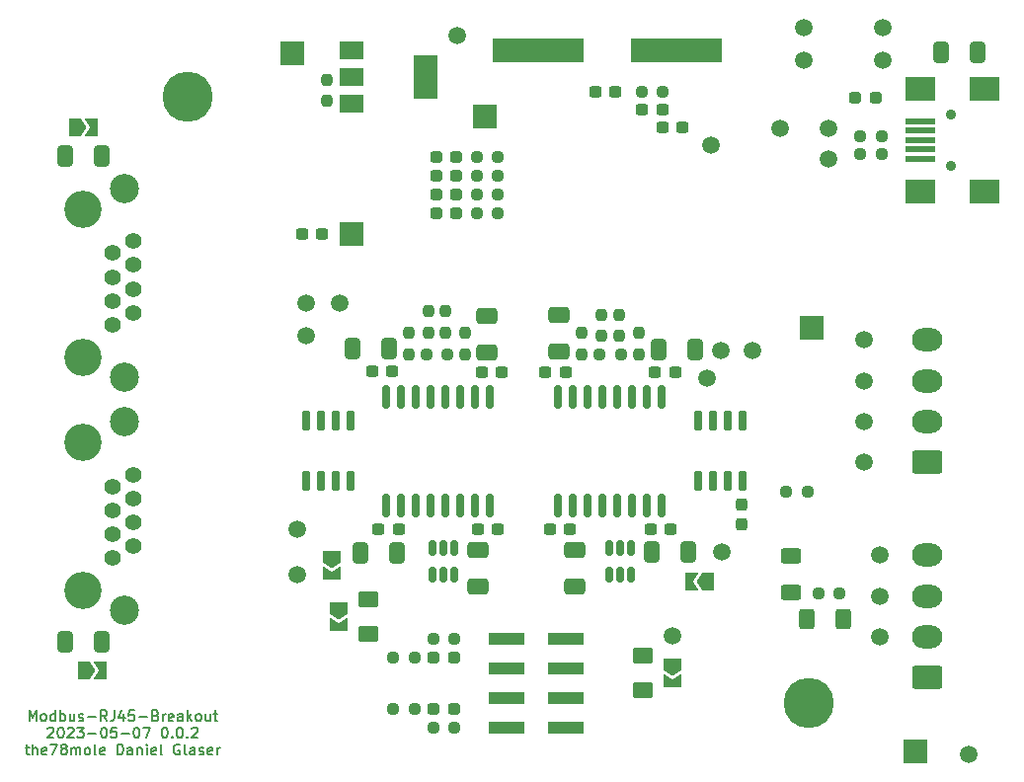
<source format=gbr>
%TF.GenerationSoftware,KiCad,Pcbnew,(6.0.4)*%
%TF.CreationDate,2023-06-02T13:45:05+02:00*%
%TF.ProjectId,Modbus-RJ45-Breakout,4d6f6462-7573-42d5-924a-34352d427265,0.0.2*%
%TF.SameCoordinates,Original*%
%TF.FileFunction,Soldermask,Top*%
%TF.FilePolarity,Negative*%
%FSLAX46Y46*%
G04 Gerber Fmt 4.6, Leading zero omitted, Abs format (unit mm)*
G04 Created by KiCad (PCBNEW (6.0.4)) date 2023-06-02 13:45:05*
%MOMM*%
%LPD*%
G01*
G04 APERTURE LIST*
G04 Aperture macros list*
%AMRoundRect*
0 Rectangle with rounded corners*
0 $1 Rounding radius*
0 $2 $3 $4 $5 $6 $7 $8 $9 X,Y pos of 4 corners*
0 Add a 4 corners polygon primitive as box body*
4,1,4,$2,$3,$4,$5,$6,$7,$8,$9,$2,$3,0*
0 Add four circle primitives for the rounded corners*
1,1,$1+$1,$2,$3*
1,1,$1+$1,$4,$5*
1,1,$1+$1,$6,$7*
1,1,$1+$1,$8,$9*
0 Add four rect primitives between the rounded corners*
20,1,$1+$1,$2,$3,$4,$5,0*
20,1,$1+$1,$4,$5,$6,$7,0*
20,1,$1+$1,$6,$7,$8,$9,0*
20,1,$1+$1,$8,$9,$2,$3,0*%
%AMFreePoly0*
4,1,6,1.000000,0.000000,0.500000,-0.750000,-0.500000,-0.750000,-0.500000,0.750000,0.500000,0.750000,1.000000,0.000000,1.000000,0.000000,$1*%
%AMFreePoly1*
4,1,6,0.500000,-0.750000,-0.650000,-0.750000,-0.150000,0.000000,-0.650000,0.750000,0.500000,0.750000,0.500000,-0.750000,0.500000,-0.750000,$1*%
G04 Aperture macros list end*
%ADD10C,0.150000*%
%ADD11RoundRect,0.237500X0.250000X0.237500X-0.250000X0.237500X-0.250000X-0.237500X0.250000X-0.237500X0*%
%ADD12FreePoly0,0.000000*%
%ADD13FreePoly1,0.000000*%
%ADD14R,2.000000X1.500000*%
%ADD15R,2.000000X3.800000*%
%ADD16RoundRect,0.237500X0.300000X0.237500X-0.300000X0.237500X-0.300000X-0.237500X0.300000X-0.237500X0*%
%ADD17RoundRect,0.250001X-0.624999X0.462499X-0.624999X-0.462499X0.624999X-0.462499X0.624999X0.462499X0*%
%ADD18RoundRect,0.237500X-0.237500X0.250000X-0.237500X-0.250000X0.237500X-0.250000X0.237500X0.250000X0*%
%ADD19RoundRect,0.250000X1.050000X-0.750000X1.050000X0.750000X-1.050000X0.750000X-1.050000X-0.750000X0*%
%ADD20O,2.600000X2.000000*%
%ADD21C,1.500000*%
%ADD22RoundRect,0.237500X0.287500X0.237500X-0.287500X0.237500X-0.287500X-0.237500X0.287500X-0.237500X0*%
%ADD23C,4.300000*%
%ADD24RoundRect,0.237500X-0.250000X-0.237500X0.250000X-0.237500X0.250000X0.237500X-0.250000X0.237500X0*%
%ADD25RoundRect,0.250000X0.412500X0.650000X-0.412500X0.650000X-0.412500X-0.650000X0.412500X-0.650000X0*%
%ADD26RoundRect,0.237500X-0.300000X-0.237500X0.300000X-0.237500X0.300000X0.237500X-0.300000X0.237500X0*%
%ADD27RoundRect,0.250000X0.650000X-0.412500X0.650000X0.412500X-0.650000X0.412500X-0.650000X-0.412500X0*%
%ADD28R,2.000000X2.000000*%
%ADD29RoundRect,0.250000X-0.650000X0.412500X-0.650000X-0.412500X0.650000X-0.412500X0.650000X0.412500X0*%
%ADD30FreePoly0,270.000000*%
%ADD31FreePoly1,270.000000*%
%ADD32C,3.200000*%
%ADD33C,1.400000*%
%ADD34C,2.500000*%
%ADD35RoundRect,0.250000X0.625000X-0.400000X0.625000X0.400000X-0.625000X0.400000X-0.625000X-0.400000X0*%
%ADD36C,0.900000*%
%ADD37R,2.500000X0.500000*%
%ADD38R,2.500000X2.000000*%
%ADD39R,3.150000X1.000000*%
%ADD40RoundRect,0.237500X0.237500X-0.250000X0.237500X0.250000X-0.237500X0.250000X-0.237500X-0.250000X0*%
%ADD41RoundRect,0.250000X-0.412500X-0.650000X0.412500X-0.650000X0.412500X0.650000X-0.412500X0.650000X0*%
%ADD42RoundRect,0.250000X-0.400000X-0.625000X0.400000X-0.625000X0.400000X0.625000X-0.400000X0.625000X0*%
%ADD43RoundRect,0.237500X-0.237500X0.300000X-0.237500X-0.300000X0.237500X-0.300000X0.237500X0.300000X0*%
%ADD44RoundRect,0.150000X0.150000X-0.512500X0.150000X0.512500X-0.150000X0.512500X-0.150000X-0.512500X0*%
%ADD45RoundRect,0.237500X-0.287500X-0.237500X0.287500X-0.237500X0.287500X0.237500X-0.287500X0.237500X0*%
%ADD46RoundRect,0.150000X-0.150000X0.725000X-0.150000X-0.725000X0.150000X-0.725000X0.150000X0.725000X0*%
%ADD47RoundRect,0.150000X-0.150000X0.875000X-0.150000X-0.875000X0.150000X-0.875000X0.150000X0.875000X0*%
%ADD48R,7.875000X2.000000*%
%ADD49FreePoly0,180.000000*%
%ADD50FreePoly1,180.000000*%
G04 APERTURE END LIST*
D10*
X53185714Y-111558142D02*
X53185714Y-110658142D01*
X53485714Y-111301000D01*
X53785714Y-110658142D01*
X53785714Y-111558142D01*
X54342857Y-111558142D02*
X54257142Y-111515285D01*
X54214285Y-111472428D01*
X54171428Y-111386714D01*
X54171428Y-111129571D01*
X54214285Y-111043857D01*
X54257142Y-111001000D01*
X54342857Y-110958142D01*
X54471428Y-110958142D01*
X54557142Y-111001000D01*
X54600000Y-111043857D01*
X54642857Y-111129571D01*
X54642857Y-111386714D01*
X54600000Y-111472428D01*
X54557142Y-111515285D01*
X54471428Y-111558142D01*
X54342857Y-111558142D01*
X55414285Y-111558142D02*
X55414285Y-110658142D01*
X55414285Y-111515285D02*
X55328571Y-111558142D01*
X55157142Y-111558142D01*
X55071428Y-111515285D01*
X55028571Y-111472428D01*
X54985714Y-111386714D01*
X54985714Y-111129571D01*
X55028571Y-111043857D01*
X55071428Y-111001000D01*
X55157142Y-110958142D01*
X55328571Y-110958142D01*
X55414285Y-111001000D01*
X55842857Y-111558142D02*
X55842857Y-110658142D01*
X55842857Y-111001000D02*
X55928571Y-110958142D01*
X56100000Y-110958142D01*
X56185714Y-111001000D01*
X56228571Y-111043857D01*
X56271428Y-111129571D01*
X56271428Y-111386714D01*
X56228571Y-111472428D01*
X56185714Y-111515285D01*
X56100000Y-111558142D01*
X55928571Y-111558142D01*
X55842857Y-111515285D01*
X57042857Y-110958142D02*
X57042857Y-111558142D01*
X56657142Y-110958142D02*
X56657142Y-111429571D01*
X56700000Y-111515285D01*
X56785714Y-111558142D01*
X56914285Y-111558142D01*
X57000000Y-111515285D01*
X57042857Y-111472428D01*
X57428571Y-111515285D02*
X57514285Y-111558142D01*
X57685714Y-111558142D01*
X57771428Y-111515285D01*
X57814285Y-111429571D01*
X57814285Y-111386714D01*
X57771428Y-111301000D01*
X57685714Y-111258142D01*
X57557142Y-111258142D01*
X57471428Y-111215285D01*
X57428571Y-111129571D01*
X57428571Y-111086714D01*
X57471428Y-111001000D01*
X57557142Y-110958142D01*
X57685714Y-110958142D01*
X57771428Y-111001000D01*
X58200000Y-111215285D02*
X58885714Y-111215285D01*
X59828571Y-111558142D02*
X59528571Y-111129571D01*
X59314285Y-111558142D02*
X59314285Y-110658142D01*
X59657142Y-110658142D01*
X59742857Y-110701000D01*
X59785714Y-110743857D01*
X59828571Y-110829571D01*
X59828571Y-110958142D01*
X59785714Y-111043857D01*
X59742857Y-111086714D01*
X59657142Y-111129571D01*
X59314285Y-111129571D01*
X60471428Y-110658142D02*
X60471428Y-111301000D01*
X60428571Y-111429571D01*
X60342857Y-111515285D01*
X60214285Y-111558142D01*
X60128571Y-111558142D01*
X61285714Y-110958142D02*
X61285714Y-111558142D01*
X61071428Y-110615285D02*
X60857142Y-111258142D01*
X61414285Y-111258142D01*
X62185714Y-110658142D02*
X61757142Y-110658142D01*
X61714285Y-111086714D01*
X61757142Y-111043857D01*
X61842857Y-111001000D01*
X62057142Y-111001000D01*
X62142857Y-111043857D01*
X62185714Y-111086714D01*
X62228571Y-111172428D01*
X62228571Y-111386714D01*
X62185714Y-111472428D01*
X62142857Y-111515285D01*
X62057142Y-111558142D01*
X61842857Y-111558142D01*
X61757142Y-111515285D01*
X61714285Y-111472428D01*
X62614285Y-111215285D02*
X63300000Y-111215285D01*
X64028571Y-111086714D02*
X64157142Y-111129571D01*
X64200000Y-111172428D01*
X64242857Y-111258142D01*
X64242857Y-111386714D01*
X64200000Y-111472428D01*
X64157142Y-111515285D01*
X64071428Y-111558142D01*
X63728571Y-111558142D01*
X63728571Y-110658142D01*
X64028571Y-110658142D01*
X64114285Y-110701000D01*
X64157142Y-110743857D01*
X64200000Y-110829571D01*
X64200000Y-110915285D01*
X64157142Y-111001000D01*
X64114285Y-111043857D01*
X64028571Y-111086714D01*
X63728571Y-111086714D01*
X64628571Y-111558142D02*
X64628571Y-110958142D01*
X64628571Y-111129571D02*
X64671428Y-111043857D01*
X64714285Y-111001000D01*
X64800000Y-110958142D01*
X64885714Y-110958142D01*
X65528571Y-111515285D02*
X65442857Y-111558142D01*
X65271428Y-111558142D01*
X65185714Y-111515285D01*
X65142857Y-111429571D01*
X65142857Y-111086714D01*
X65185714Y-111001000D01*
X65271428Y-110958142D01*
X65442857Y-110958142D01*
X65528571Y-111001000D01*
X65571428Y-111086714D01*
X65571428Y-111172428D01*
X65142857Y-111258142D01*
X66342857Y-111558142D02*
X66342857Y-111086714D01*
X66300000Y-111001000D01*
X66214285Y-110958142D01*
X66042857Y-110958142D01*
X65957142Y-111001000D01*
X66342857Y-111515285D02*
X66257142Y-111558142D01*
X66042857Y-111558142D01*
X65957142Y-111515285D01*
X65914285Y-111429571D01*
X65914285Y-111343857D01*
X65957142Y-111258142D01*
X66042857Y-111215285D01*
X66257142Y-111215285D01*
X66342857Y-111172428D01*
X66771428Y-111558142D02*
X66771428Y-110658142D01*
X66857142Y-111215285D02*
X67114285Y-111558142D01*
X67114285Y-110958142D02*
X66771428Y-111301000D01*
X67628571Y-111558142D02*
X67542857Y-111515285D01*
X67500000Y-111472428D01*
X67457142Y-111386714D01*
X67457142Y-111129571D01*
X67500000Y-111043857D01*
X67542857Y-111001000D01*
X67628571Y-110958142D01*
X67757142Y-110958142D01*
X67842857Y-111001000D01*
X67885714Y-111043857D01*
X67928571Y-111129571D01*
X67928571Y-111386714D01*
X67885714Y-111472428D01*
X67842857Y-111515285D01*
X67757142Y-111558142D01*
X67628571Y-111558142D01*
X68700000Y-110958142D02*
X68700000Y-111558142D01*
X68314285Y-110958142D02*
X68314285Y-111429571D01*
X68357142Y-111515285D01*
X68442857Y-111558142D01*
X68571428Y-111558142D01*
X68657142Y-111515285D01*
X68700000Y-111472428D01*
X69000000Y-110958142D02*
X69342857Y-110958142D01*
X69128571Y-110658142D02*
X69128571Y-111429571D01*
X69171428Y-111515285D01*
X69257142Y-111558142D01*
X69342857Y-111558142D01*
X54771428Y-112192857D02*
X54814285Y-112150000D01*
X54900000Y-112107142D01*
X55114285Y-112107142D01*
X55200000Y-112150000D01*
X55242857Y-112192857D01*
X55285714Y-112278571D01*
X55285714Y-112364285D01*
X55242857Y-112492857D01*
X54728571Y-113007142D01*
X55285714Y-113007142D01*
X55842857Y-112107142D02*
X55928571Y-112107142D01*
X56014285Y-112150000D01*
X56057142Y-112192857D01*
X56100000Y-112278571D01*
X56142857Y-112450000D01*
X56142857Y-112664285D01*
X56100000Y-112835714D01*
X56057142Y-112921428D01*
X56014285Y-112964285D01*
X55928571Y-113007142D01*
X55842857Y-113007142D01*
X55757142Y-112964285D01*
X55714285Y-112921428D01*
X55671428Y-112835714D01*
X55628571Y-112664285D01*
X55628571Y-112450000D01*
X55671428Y-112278571D01*
X55714285Y-112192857D01*
X55757142Y-112150000D01*
X55842857Y-112107142D01*
X56485714Y-112192857D02*
X56528571Y-112150000D01*
X56614285Y-112107142D01*
X56828571Y-112107142D01*
X56914285Y-112150000D01*
X56957142Y-112192857D01*
X57000000Y-112278571D01*
X57000000Y-112364285D01*
X56957142Y-112492857D01*
X56442857Y-113007142D01*
X57000000Y-113007142D01*
X57300000Y-112107142D02*
X57857142Y-112107142D01*
X57557142Y-112450000D01*
X57685714Y-112450000D01*
X57771428Y-112492857D01*
X57814285Y-112535714D01*
X57857142Y-112621428D01*
X57857142Y-112835714D01*
X57814285Y-112921428D01*
X57771428Y-112964285D01*
X57685714Y-113007142D01*
X57428571Y-113007142D01*
X57342857Y-112964285D01*
X57300000Y-112921428D01*
X58242857Y-112664285D02*
X58928571Y-112664285D01*
X59528571Y-112107142D02*
X59614285Y-112107142D01*
X59700000Y-112150000D01*
X59742857Y-112192857D01*
X59785714Y-112278571D01*
X59828571Y-112450000D01*
X59828571Y-112664285D01*
X59785714Y-112835714D01*
X59742857Y-112921428D01*
X59700000Y-112964285D01*
X59614285Y-113007142D01*
X59528571Y-113007142D01*
X59442857Y-112964285D01*
X59400000Y-112921428D01*
X59357142Y-112835714D01*
X59314285Y-112664285D01*
X59314285Y-112450000D01*
X59357142Y-112278571D01*
X59400000Y-112192857D01*
X59442857Y-112150000D01*
X59528571Y-112107142D01*
X60642857Y-112107142D02*
X60214285Y-112107142D01*
X60171428Y-112535714D01*
X60214285Y-112492857D01*
X60300000Y-112450000D01*
X60514285Y-112450000D01*
X60600000Y-112492857D01*
X60642857Y-112535714D01*
X60685714Y-112621428D01*
X60685714Y-112835714D01*
X60642857Y-112921428D01*
X60600000Y-112964285D01*
X60514285Y-113007142D01*
X60300000Y-113007142D01*
X60214285Y-112964285D01*
X60171428Y-112921428D01*
X61071428Y-112664285D02*
X61757142Y-112664285D01*
X62357142Y-112107142D02*
X62442857Y-112107142D01*
X62528571Y-112150000D01*
X62571428Y-112192857D01*
X62614285Y-112278571D01*
X62657142Y-112450000D01*
X62657142Y-112664285D01*
X62614285Y-112835714D01*
X62571428Y-112921428D01*
X62528571Y-112964285D01*
X62442857Y-113007142D01*
X62357142Y-113007142D01*
X62271428Y-112964285D01*
X62228571Y-112921428D01*
X62185714Y-112835714D01*
X62142857Y-112664285D01*
X62142857Y-112450000D01*
X62185714Y-112278571D01*
X62228571Y-112192857D01*
X62271428Y-112150000D01*
X62357142Y-112107142D01*
X62957142Y-112107142D02*
X63557142Y-112107142D01*
X63171428Y-113007142D01*
X64757142Y-112107142D02*
X64842857Y-112107142D01*
X64928571Y-112150000D01*
X64971428Y-112192857D01*
X65014285Y-112278571D01*
X65057142Y-112450000D01*
X65057142Y-112664285D01*
X65014285Y-112835714D01*
X64971428Y-112921428D01*
X64928571Y-112964285D01*
X64842857Y-113007142D01*
X64757142Y-113007142D01*
X64671428Y-112964285D01*
X64628571Y-112921428D01*
X64585714Y-112835714D01*
X64542857Y-112664285D01*
X64542857Y-112450000D01*
X64585714Y-112278571D01*
X64628571Y-112192857D01*
X64671428Y-112150000D01*
X64757142Y-112107142D01*
X65442857Y-112921428D02*
X65485714Y-112964285D01*
X65442857Y-113007142D01*
X65400000Y-112964285D01*
X65442857Y-112921428D01*
X65442857Y-113007142D01*
X66042857Y-112107142D02*
X66128571Y-112107142D01*
X66214285Y-112150000D01*
X66257142Y-112192857D01*
X66300000Y-112278571D01*
X66342857Y-112450000D01*
X66342857Y-112664285D01*
X66300000Y-112835714D01*
X66257142Y-112921428D01*
X66214285Y-112964285D01*
X66128571Y-113007142D01*
X66042857Y-113007142D01*
X65957142Y-112964285D01*
X65914285Y-112921428D01*
X65871428Y-112835714D01*
X65828571Y-112664285D01*
X65828571Y-112450000D01*
X65871428Y-112278571D01*
X65914285Y-112192857D01*
X65957142Y-112150000D01*
X66042857Y-112107142D01*
X66728571Y-112921428D02*
X66771428Y-112964285D01*
X66728571Y-113007142D01*
X66685714Y-112964285D01*
X66728571Y-112921428D01*
X66728571Y-113007142D01*
X67114285Y-112192857D02*
X67157142Y-112150000D01*
X67242857Y-112107142D01*
X67457142Y-112107142D01*
X67542857Y-112150000D01*
X67585714Y-112192857D01*
X67628571Y-112278571D01*
X67628571Y-112364285D01*
X67585714Y-112492857D01*
X67071428Y-113007142D01*
X67628571Y-113007142D01*
X52842857Y-113856142D02*
X53185714Y-113856142D01*
X52971428Y-113556142D02*
X52971428Y-114327571D01*
X53014285Y-114413285D01*
X53100000Y-114456142D01*
X53185714Y-114456142D01*
X53485714Y-114456142D02*
X53485714Y-113556142D01*
X53871428Y-114456142D02*
X53871428Y-113984714D01*
X53828571Y-113899000D01*
X53742857Y-113856142D01*
X53614285Y-113856142D01*
X53528571Y-113899000D01*
X53485714Y-113941857D01*
X54642857Y-114413285D02*
X54557142Y-114456142D01*
X54385714Y-114456142D01*
X54300000Y-114413285D01*
X54257142Y-114327571D01*
X54257142Y-113984714D01*
X54300000Y-113899000D01*
X54385714Y-113856142D01*
X54557142Y-113856142D01*
X54642857Y-113899000D01*
X54685714Y-113984714D01*
X54685714Y-114070428D01*
X54257142Y-114156142D01*
X54985714Y-113556142D02*
X55585714Y-113556142D01*
X55200000Y-114456142D01*
X56057142Y-113941857D02*
X55971428Y-113899000D01*
X55928571Y-113856142D01*
X55885714Y-113770428D01*
X55885714Y-113727571D01*
X55928571Y-113641857D01*
X55971428Y-113599000D01*
X56057142Y-113556142D01*
X56228571Y-113556142D01*
X56314285Y-113599000D01*
X56357142Y-113641857D01*
X56400000Y-113727571D01*
X56400000Y-113770428D01*
X56357142Y-113856142D01*
X56314285Y-113899000D01*
X56228571Y-113941857D01*
X56057142Y-113941857D01*
X55971428Y-113984714D01*
X55928571Y-114027571D01*
X55885714Y-114113285D01*
X55885714Y-114284714D01*
X55928571Y-114370428D01*
X55971428Y-114413285D01*
X56057142Y-114456142D01*
X56228571Y-114456142D01*
X56314285Y-114413285D01*
X56357142Y-114370428D01*
X56400000Y-114284714D01*
X56400000Y-114113285D01*
X56357142Y-114027571D01*
X56314285Y-113984714D01*
X56228571Y-113941857D01*
X56785714Y-114456142D02*
X56785714Y-113856142D01*
X56785714Y-113941857D02*
X56828571Y-113899000D01*
X56914285Y-113856142D01*
X57042857Y-113856142D01*
X57128571Y-113899000D01*
X57171428Y-113984714D01*
X57171428Y-114456142D01*
X57171428Y-113984714D02*
X57214285Y-113899000D01*
X57300000Y-113856142D01*
X57428571Y-113856142D01*
X57514285Y-113899000D01*
X57557142Y-113984714D01*
X57557142Y-114456142D01*
X58114285Y-114456142D02*
X58028571Y-114413285D01*
X57985714Y-114370428D01*
X57942857Y-114284714D01*
X57942857Y-114027571D01*
X57985714Y-113941857D01*
X58028571Y-113899000D01*
X58114285Y-113856142D01*
X58242857Y-113856142D01*
X58328571Y-113899000D01*
X58371428Y-113941857D01*
X58414285Y-114027571D01*
X58414285Y-114284714D01*
X58371428Y-114370428D01*
X58328571Y-114413285D01*
X58242857Y-114456142D01*
X58114285Y-114456142D01*
X58928571Y-114456142D02*
X58842857Y-114413285D01*
X58800000Y-114327571D01*
X58800000Y-113556142D01*
X59614285Y-114413285D02*
X59528571Y-114456142D01*
X59357142Y-114456142D01*
X59271428Y-114413285D01*
X59228571Y-114327571D01*
X59228571Y-113984714D01*
X59271428Y-113899000D01*
X59357142Y-113856142D01*
X59528571Y-113856142D01*
X59614285Y-113899000D01*
X59657142Y-113984714D01*
X59657142Y-114070428D01*
X59228571Y-114156142D01*
X60728571Y-114456142D02*
X60728571Y-113556142D01*
X60942857Y-113556142D01*
X61071428Y-113599000D01*
X61157142Y-113684714D01*
X61200000Y-113770428D01*
X61242857Y-113941857D01*
X61242857Y-114070428D01*
X61200000Y-114241857D01*
X61157142Y-114327571D01*
X61071428Y-114413285D01*
X60942857Y-114456142D01*
X60728571Y-114456142D01*
X62014285Y-114456142D02*
X62014285Y-113984714D01*
X61971428Y-113899000D01*
X61885714Y-113856142D01*
X61714285Y-113856142D01*
X61628571Y-113899000D01*
X62014285Y-114413285D02*
X61928571Y-114456142D01*
X61714285Y-114456142D01*
X61628571Y-114413285D01*
X61585714Y-114327571D01*
X61585714Y-114241857D01*
X61628571Y-114156142D01*
X61714285Y-114113285D01*
X61928571Y-114113285D01*
X62014285Y-114070428D01*
X62442857Y-113856142D02*
X62442857Y-114456142D01*
X62442857Y-113941857D02*
X62485714Y-113899000D01*
X62571428Y-113856142D01*
X62700000Y-113856142D01*
X62785714Y-113899000D01*
X62828571Y-113984714D01*
X62828571Y-114456142D01*
X63257142Y-114456142D02*
X63257142Y-113856142D01*
X63257142Y-113556142D02*
X63214285Y-113599000D01*
X63257142Y-113641857D01*
X63300000Y-113599000D01*
X63257142Y-113556142D01*
X63257142Y-113641857D01*
X64028571Y-114413285D02*
X63942857Y-114456142D01*
X63771428Y-114456142D01*
X63685714Y-114413285D01*
X63642857Y-114327571D01*
X63642857Y-113984714D01*
X63685714Y-113899000D01*
X63771428Y-113856142D01*
X63942857Y-113856142D01*
X64028571Y-113899000D01*
X64071428Y-113984714D01*
X64071428Y-114070428D01*
X63642857Y-114156142D01*
X64585714Y-114456142D02*
X64500000Y-114413285D01*
X64457142Y-114327571D01*
X64457142Y-113556142D01*
X66085714Y-113599000D02*
X66000000Y-113556142D01*
X65871428Y-113556142D01*
X65742857Y-113599000D01*
X65657142Y-113684714D01*
X65614285Y-113770428D01*
X65571428Y-113941857D01*
X65571428Y-114070428D01*
X65614285Y-114241857D01*
X65657142Y-114327571D01*
X65742857Y-114413285D01*
X65871428Y-114456142D01*
X65957142Y-114456142D01*
X66085714Y-114413285D01*
X66128571Y-114370428D01*
X66128571Y-114070428D01*
X65957142Y-114070428D01*
X66642857Y-114456142D02*
X66557142Y-114413285D01*
X66514285Y-114327571D01*
X66514285Y-113556142D01*
X67371428Y-114456142D02*
X67371428Y-113984714D01*
X67328571Y-113899000D01*
X67242857Y-113856142D01*
X67071428Y-113856142D01*
X66985714Y-113899000D01*
X67371428Y-114413285D02*
X67285714Y-114456142D01*
X67071428Y-114456142D01*
X66985714Y-114413285D01*
X66942857Y-114327571D01*
X66942857Y-114241857D01*
X66985714Y-114156142D01*
X67071428Y-114113285D01*
X67285714Y-114113285D01*
X67371428Y-114070428D01*
X67757142Y-114413285D02*
X67842857Y-114456142D01*
X68014285Y-114456142D01*
X68100000Y-114413285D01*
X68142857Y-114327571D01*
X68142857Y-114284714D01*
X68100000Y-114199000D01*
X68014285Y-114156142D01*
X67885714Y-114156142D01*
X67800000Y-114113285D01*
X67757142Y-114027571D01*
X67757142Y-113984714D01*
X67800000Y-113899000D01*
X67885714Y-113856142D01*
X68014285Y-113856142D01*
X68100000Y-113899000D01*
X68871428Y-114413285D02*
X68785714Y-114456142D01*
X68614285Y-114456142D01*
X68528571Y-114413285D01*
X68485714Y-114327571D01*
X68485714Y-113984714D01*
X68528571Y-113899000D01*
X68614285Y-113856142D01*
X68785714Y-113856142D01*
X68871428Y-113899000D01*
X68914285Y-113984714D01*
X68914285Y-114070428D01*
X68485714Y-114156142D01*
X69300000Y-114456142D02*
X69300000Y-113856142D01*
X69300000Y-114027571D02*
X69342857Y-113941857D01*
X69385714Y-113899000D01*
X69471428Y-113856142D01*
X69557142Y-113856142D01*
D11*
%TO.C,R37*%
X103912500Y-80100000D03*
X102087500Y-80100000D03*
%TD*%
%TO.C,R36*%
X89062500Y-80100000D03*
X87237500Y-80100000D03*
%TD*%
D12*
%TO.C,JP1*%
X57075000Y-60650000D03*
D13*
X58525000Y-60650000D03*
%TD*%
D14*
%TO.C,Q1*%
X80850000Y-54050000D03*
X80850000Y-56350000D03*
X80850000Y-58650000D03*
D15*
X87150000Y-56350000D03*
%TD*%
D16*
%TO.C,C18*%
X84312500Y-81600000D03*
X82587500Y-81600000D03*
%TD*%
%TO.C,C25*%
X99562500Y-95150000D03*
X97837500Y-95150000D03*
%TD*%
D17*
%TO.C,F1*%
X82250000Y-101162500D03*
X82250000Y-104137500D03*
%TD*%
D18*
%TO.C,R15*%
X85750000Y-78287500D03*
X85750000Y-80112500D03*
%TD*%
D19*
%TO.C,J3*%
X130150000Y-89400000D03*
D20*
X130150000Y-85900000D03*
X130150000Y-82400000D03*
X130150000Y-78900000D03*
%TD*%
D21*
%TO.C,TP9*%
X79800000Y-75700000D03*
%TD*%
D22*
%TO.C,D1*%
X89825000Y-68000000D03*
X88075000Y-68000000D03*
%TD*%
%TO.C,D4*%
X89825000Y-66400000D03*
X88075000Y-66400000D03*
%TD*%
D23*
%TO.C,H1*%
X66800000Y-58000000D03*
%TD*%
D21*
%TO.C,TP14*%
X76150000Y-99050000D03*
%TD*%
D24*
%TO.C,R29*%
X84387500Y-106100000D03*
X86212500Y-106100000D03*
%TD*%
D21*
%TO.C,TP20*%
X119600000Y-52100000D03*
%TD*%
D25*
%TO.C,C16*%
X84062500Y-79650000D03*
X80937500Y-79650000D03*
%TD*%
D21*
%TO.C,TP2*%
X121700000Y-63400000D03*
%TD*%
%TO.C,TP3*%
X121700000Y-60750000D03*
%TD*%
D22*
%TO.C,D3*%
X89825000Y-63200000D03*
X88075000Y-63200000D03*
%TD*%
D16*
%TO.C,C24*%
X99162500Y-81650000D03*
X97437500Y-81650000D03*
%TD*%
D26*
%TO.C,C37*%
X107487500Y-60700000D03*
X109212500Y-60700000D03*
%TD*%
D21*
%TO.C,TP12*%
X115200000Y-79800000D03*
%TD*%
D27*
%TO.C,C13*%
X92450000Y-79925000D03*
X92450000Y-76800000D03*
%TD*%
D21*
%TO.C,TP26*%
X112600000Y-97100000D03*
%TD*%
D18*
%TO.C,R21*%
X100550000Y-78287500D03*
X100550000Y-80112500D03*
%TD*%
D26*
%TO.C,C28*%
X106837500Y-81650000D03*
X108562500Y-81650000D03*
%TD*%
D28*
%TO.C,TP1*%
X92250000Y-59750000D03*
%TD*%
D21*
%TO.C,TP7*%
X89850000Y-52800000D03*
%TD*%
%TO.C,TP15*%
X76200000Y-95100000D03*
%TD*%
%TO.C,TP5*%
X117550000Y-60750000D03*
%TD*%
D28*
%TO.C,TP28*%
X75750000Y-54350000D03*
%TD*%
D18*
%TO.C,R22*%
X105450000Y-78287500D03*
X105450000Y-80112500D03*
%TD*%
D12*
%TO.C,JP2*%
X57875000Y-107250000D03*
D13*
X59325000Y-107250000D03*
%TD*%
D22*
%TO.C,D5*%
X89825000Y-64800000D03*
X88075000Y-64800000D03*
%TD*%
D29*
%TO.C,C27*%
X99950000Y-96887500D03*
X99950000Y-100012500D03*
%TD*%
D28*
%TO.C,TP34*%
X129200000Y-114150000D03*
%TD*%
D25*
%TO.C,C31*%
X59362500Y-63150000D03*
X56237500Y-63150000D03*
%TD*%
%TO.C,C20*%
X84712500Y-97150000D03*
X81587500Y-97150000D03*
%TD*%
D21*
%TO.C,TP19*%
X124800000Y-78900000D03*
%TD*%
D24*
%TO.C,R3*%
X84387500Y-110500000D03*
X86212500Y-110500000D03*
%TD*%
D30*
%TO.C,JP6*%
X108300000Y-106725000D03*
D31*
X108300000Y-108175000D03*
%TD*%
D28*
%TO.C,TP35*%
X120300000Y-77850000D03*
%TD*%
D26*
%TO.C,C14*%
X91975000Y-81650000D03*
X93700000Y-81650000D03*
%TD*%
D11*
%TO.C,R6*%
X126262500Y-62950000D03*
X124437500Y-62950000D03*
%TD*%
D18*
%TO.C,R23*%
X102250000Y-76737500D03*
X102250000Y-78562500D03*
%TD*%
D24*
%TO.C,R5*%
X87837500Y-112100000D03*
X89662500Y-112100000D03*
%TD*%
D22*
%TO.C,D7*%
X125775000Y-58150000D03*
X124025000Y-58150000D03*
%TD*%
D26*
%TO.C,C29*%
X106437500Y-95150000D03*
X108162500Y-95150000D03*
%TD*%
D11*
%TO.C,R19*%
X93362500Y-68000000D03*
X91537500Y-68000000D03*
%TD*%
D21*
%TO.C,TP11*%
X111300000Y-82200000D03*
%TD*%
D32*
%TO.C,J1*%
X57800000Y-67650000D03*
X57800000Y-80350000D03*
D33*
X60340000Y-77570000D03*
X62120000Y-76550000D03*
X60340000Y-75530000D03*
X62120000Y-74510000D03*
X60340000Y-73490000D03*
X62120000Y-72470000D03*
X60340000Y-71450000D03*
X62120000Y-70430000D03*
D34*
X61360000Y-65925000D03*
X61360000Y-82075000D03*
%TD*%
D35*
%TO.C,R16*%
X118500000Y-100550000D03*
X118500000Y-97450000D03*
%TD*%
D36*
%TO.C,J5*%
X132225000Y-59550000D03*
X132225000Y-63950000D03*
D37*
X129625000Y-63350000D03*
X129625000Y-62550000D03*
X129625000Y-61750000D03*
X129625000Y-60950000D03*
X129625000Y-60150000D03*
D38*
X129625000Y-66150000D03*
X129625000Y-57350000D03*
X135125000Y-66150000D03*
X135125000Y-57350000D03*
%TD*%
D39*
%TO.C,J6*%
X94125000Y-104490000D03*
X99175000Y-104490000D03*
X94125000Y-107030000D03*
X99175000Y-107030000D03*
X94125000Y-109570000D03*
X99175000Y-109570000D03*
X94125000Y-112110000D03*
X99175000Y-112110000D03*
%TD*%
D40*
%TO.C,R2*%
X88900000Y-78262500D03*
X88900000Y-76437500D03*
%TD*%
D27*
%TO.C,C26*%
X98600000Y-79912500D03*
X98600000Y-76787500D03*
%TD*%
D29*
%TO.C,C17*%
X91650000Y-96887500D03*
X91650000Y-100012500D03*
%TD*%
D18*
%TO.C,R14*%
X78700000Y-56587500D03*
X78700000Y-58412500D03*
%TD*%
D41*
%TO.C,C1*%
X131387500Y-54250000D03*
X134512500Y-54250000D03*
%TD*%
D42*
%TO.C,R1*%
X119850000Y-102800000D03*
X122950000Y-102800000D03*
%TD*%
D32*
%TO.C,J2*%
X57815000Y-100350000D03*
X57815000Y-87650000D03*
D33*
X60355000Y-97570000D03*
X62135000Y-96550000D03*
X60355000Y-95530000D03*
X62135000Y-94510000D03*
X60355000Y-93490000D03*
X62135000Y-92470000D03*
X60355000Y-91450000D03*
X62135000Y-90430000D03*
D34*
X61375000Y-102075000D03*
X61375000Y-85925000D03*
%TD*%
D21*
%TO.C,TP4*%
X111650000Y-62200000D03*
%TD*%
D43*
%TO.C,C21*%
X114300000Y-92987500D03*
X114300000Y-94712500D03*
%TD*%
D16*
%TO.C,C10*%
X78312500Y-69800000D03*
X76587500Y-69800000D03*
%TD*%
D44*
%TO.C,U2*%
X87750000Y-98987500D03*
X88700000Y-98987500D03*
X89650000Y-98987500D03*
X89650000Y-96712500D03*
X88700000Y-96712500D03*
X87750000Y-96712500D03*
%TD*%
D21*
%TO.C,TP8*%
X76900000Y-78500000D03*
%TD*%
%TO.C,TP10*%
X76900000Y-75700000D03*
%TD*%
D18*
%TO.C,R18*%
X87400000Y-78262500D03*
X87400000Y-76437500D03*
%TD*%
D11*
%TO.C,R24*%
X93362500Y-63200000D03*
X91537500Y-63200000D03*
%TD*%
D21*
%TO.C,TP13*%
X112500000Y-79800000D03*
%TD*%
D30*
%TO.C,JP4*%
X79150000Y-97475000D03*
D31*
X79150000Y-98925000D03*
%TD*%
D16*
%TO.C,C6*%
X107462500Y-59100000D03*
X105737500Y-59100000D03*
%TD*%
D21*
%TO.C,TP23*%
X126400000Y-52100000D03*
%TD*%
D19*
%TO.C,J4*%
X130150000Y-107850000D03*
D20*
X130150000Y-104350000D03*
X130150000Y-100850000D03*
X130150000Y-97350000D03*
%TD*%
D41*
%TO.C,C23*%
X107137500Y-79700000D03*
X110262500Y-79700000D03*
%TD*%
D17*
%TO.C,F2*%
X105800000Y-105950000D03*
X105800000Y-108925000D03*
%TD*%
D44*
%TO.C,U6*%
X102900000Y-98987500D03*
X103850000Y-98987500D03*
X104800000Y-98987500D03*
X104800000Y-96712500D03*
X103850000Y-96712500D03*
X102900000Y-96712500D03*
%TD*%
D11*
%TO.C,R25*%
X93362500Y-64800000D03*
X91537500Y-64800000D03*
%TD*%
D45*
%TO.C,D2*%
X87875000Y-110500000D03*
X89625000Y-110500000D03*
%TD*%
D21*
%TO.C,TP32*%
X126100000Y-97350000D03*
%TD*%
%TO.C,TP33*%
X133750000Y-114450000D03*
%TD*%
D24*
%TO.C,R31*%
X120837500Y-100650000D03*
X122662500Y-100650000D03*
%TD*%
D11*
%TO.C,R11*%
X107512500Y-57600000D03*
X105687500Y-57600000D03*
%TD*%
D46*
%TO.C,U3*%
X80705000Y-85825000D03*
X79435000Y-85825000D03*
X78165000Y-85825000D03*
X76895000Y-85825000D03*
X76895000Y-90975000D03*
X78165000Y-90975000D03*
X79435000Y-90975000D03*
X80705000Y-90975000D03*
%TD*%
D26*
%TO.C,C15*%
X91637500Y-95150000D03*
X93362500Y-95150000D03*
%TD*%
D40*
%TO.C,R35*%
X103800000Y-78562500D03*
X103800000Y-76737500D03*
%TD*%
D21*
%TO.C,TP17*%
X124800000Y-82400000D03*
%TD*%
D28*
%TO.C,TP6*%
X80850000Y-69800000D03*
%TD*%
D47*
%TO.C,U4*%
X92645000Y-83750000D03*
X91375000Y-83750000D03*
X90105000Y-83750000D03*
X88835000Y-83750000D03*
X87565000Y-83750000D03*
X86295000Y-83750000D03*
X85025000Y-83750000D03*
X83755000Y-83750000D03*
X83755000Y-93050000D03*
X85025000Y-93050000D03*
X86295000Y-93050000D03*
X87565000Y-93050000D03*
X88835000Y-93050000D03*
X90105000Y-93050000D03*
X91375000Y-93050000D03*
X92645000Y-93050000D03*
%TD*%
D24*
%TO.C,R28*%
X87837500Y-104500000D03*
X89662500Y-104500000D03*
%TD*%
D21*
%TO.C,TP31*%
X126100000Y-104350000D03*
%TD*%
D48*
%TO.C,Y1*%
X108687500Y-54050000D03*
X96812500Y-54050000D03*
%TD*%
D21*
%TO.C,TP22*%
X108300000Y-104250000D03*
%TD*%
%TO.C,TP18*%
X124800000Y-89400000D03*
%TD*%
D45*
%TO.C,D6*%
X87875000Y-106100000D03*
X89625000Y-106100000D03*
%TD*%
D11*
%TO.C,R20*%
X93362500Y-66400000D03*
X91537500Y-66400000D03*
%TD*%
D21*
%TO.C,TP25*%
X126400000Y-54900000D03*
%TD*%
%TO.C,TP30*%
X126100000Y-100850000D03*
%TD*%
D23*
%TO.C,H2*%
X120000000Y-110000000D03*
%TD*%
D47*
%TO.C,U8*%
X107445000Y-83750000D03*
X106175000Y-83750000D03*
X104905000Y-83750000D03*
X103635000Y-83750000D03*
X102365000Y-83750000D03*
X101095000Y-83750000D03*
X99825000Y-83750000D03*
X98555000Y-83750000D03*
X98555000Y-93050000D03*
X99825000Y-93050000D03*
X101095000Y-93050000D03*
X102365000Y-93050000D03*
X103635000Y-93050000D03*
X104905000Y-93050000D03*
X106175000Y-93050000D03*
X107445000Y-93050000D03*
%TD*%
D21*
%TO.C,TP24*%
X119600000Y-54900000D03*
%TD*%
D49*
%TO.C,JP7*%
X111375000Y-99650000D03*
D50*
X109925000Y-99650000D03*
%TD*%
D16*
%TO.C,C19*%
X84862500Y-95150000D03*
X83137500Y-95150000D03*
%TD*%
D30*
%TO.C,JP3*%
X79750000Y-101925000D03*
D31*
X79750000Y-103375000D03*
%TD*%
D46*
%TO.C,U7*%
X114305000Y-85825000D03*
X113035000Y-85825000D03*
X111765000Y-85825000D03*
X110495000Y-85825000D03*
X110495000Y-90975000D03*
X111765000Y-90975000D03*
X113035000Y-90975000D03*
X114305000Y-90975000D03*
%TD*%
D41*
%TO.C,C30*%
X106575000Y-97100000D03*
X109700000Y-97100000D03*
%TD*%
D16*
%TO.C,C8*%
X103462500Y-57600000D03*
X101737500Y-57600000D03*
%TD*%
D18*
%TO.C,R17*%
X90550000Y-78287500D03*
X90550000Y-80112500D03*
%TD*%
D25*
%TO.C,C32*%
X59362500Y-104750000D03*
X56237500Y-104750000D03*
%TD*%
D11*
%TO.C,R4*%
X126262500Y-61400000D03*
X124437500Y-61400000D03*
%TD*%
D24*
%TO.C,R30*%
X118087500Y-91900000D03*
X119912500Y-91900000D03*
%TD*%
D21*
%TO.C,TP16*%
X124800000Y-85900000D03*
%TD*%
M02*

</source>
